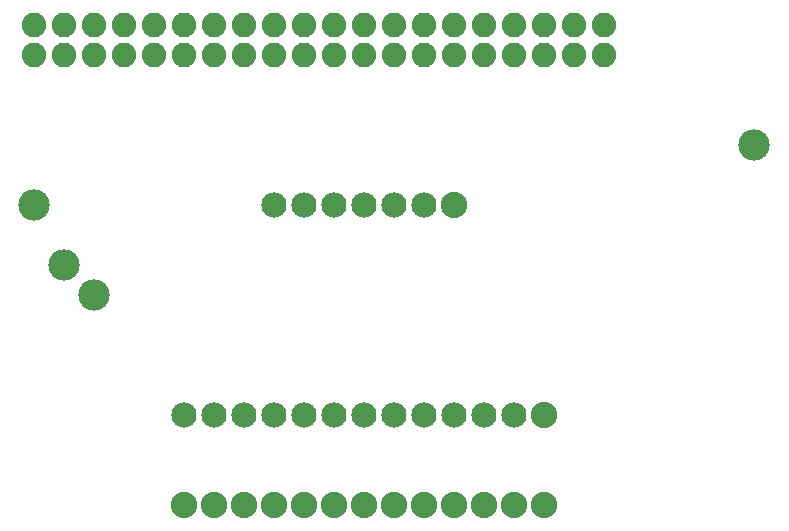
<source format=gbs>
G04 MADE WITH FRITZING*
G04 WWW.FRITZING.ORG*
G04 DOUBLE SIDED*
G04 HOLES PLATED*
G04 CONTOUR ON CENTER OF CONTOUR VECTOR*
%ASAXBY*%
%FSLAX23Y23*%
%MOIN*%
%OFA0B0*%
%SFA1.0B1.0*%
%ADD10C,0.104488*%
%ADD11C,0.081889*%
%ADD12C,0.081917*%
%ADD13C,0.088000*%
%ADD14C,0.084000*%
%LNMASK0*%
G90*
G70*
G54D10*
X2722Y1681D03*
X522Y1181D03*
X322Y1481D03*
X422Y1281D03*
G54D11*
X322Y1981D03*
X422Y1981D03*
X522Y1981D03*
X622Y1981D03*
G54D12*
X722Y1981D03*
G54D11*
X822Y1981D03*
X922Y1981D03*
X1022Y1981D03*
X1122Y1981D03*
G54D12*
X1222Y1981D03*
G54D11*
X1322Y1981D03*
G54D12*
X1422Y1981D03*
G54D11*
X1522Y1981D03*
X1622Y1981D03*
X1722Y1981D03*
X1822Y1981D03*
G54D12*
X1922Y1981D03*
G54D11*
X2022Y1981D03*
X2122Y1981D03*
X2222Y1981D03*
X2222Y2081D03*
X2122Y2081D03*
X2022Y2081D03*
G54D12*
X1922Y2081D03*
G54D11*
X1822Y2081D03*
X1722Y2081D03*
X1622Y2081D03*
X1522Y2081D03*
G54D12*
X1422Y2081D03*
G54D11*
X1322Y2081D03*
G54D12*
X1222Y2081D03*
G54D11*
X1122Y2081D03*
X1022Y2081D03*
X922Y2081D03*
X822Y2081D03*
G54D12*
X722Y2081D03*
G54D11*
X622Y2081D03*
X522Y2081D03*
X422Y2081D03*
X322Y2081D03*
G54D13*
X2022Y781D03*
X1722Y1481D03*
G54D14*
X1422Y781D03*
X1122Y1481D03*
X1022Y781D03*
X1622Y781D03*
X1222Y781D03*
X822Y781D03*
X1522Y781D03*
X1322Y781D03*
X1122Y781D03*
X922Y781D03*
X1622Y1481D03*
X1222Y1481D03*
X1522Y1481D03*
X1422Y1481D03*
X1322Y1481D03*
X1922Y781D03*
X1822Y781D03*
X1722Y781D03*
G54D13*
X822Y481D03*
X922Y481D03*
X1022Y481D03*
X1122Y481D03*
X1222Y481D03*
X1322Y481D03*
X1422Y481D03*
X1522Y481D03*
X1622Y481D03*
X1722Y481D03*
X1822Y481D03*
X1922Y481D03*
X2022Y481D03*
G04 End of Mask0*
M02*
</source>
